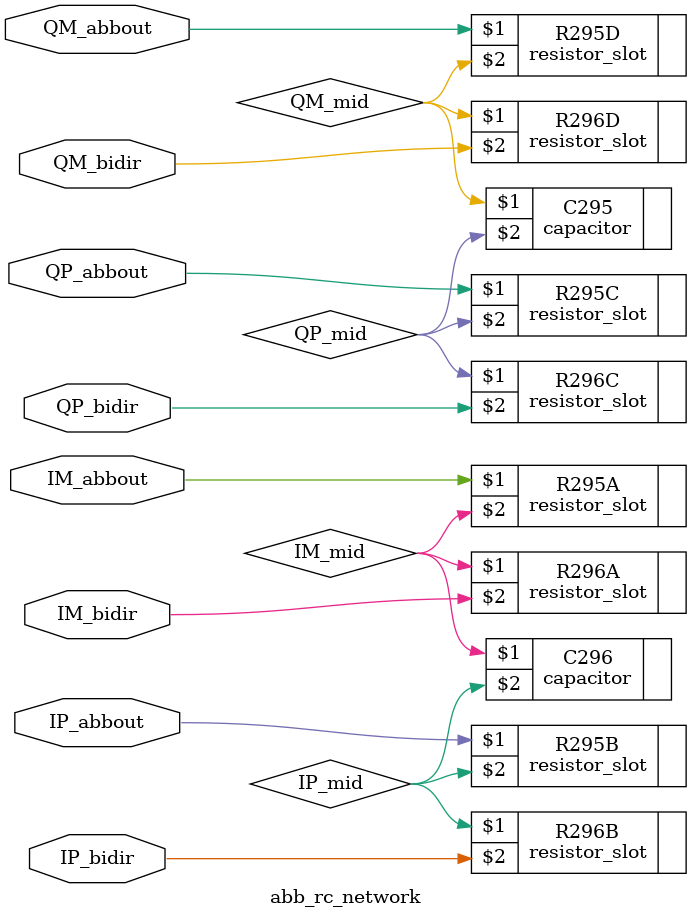
<source format=v>
/*
 * In the Leonardo schematics there is an RC network in the analog I&Q
 * signal path between the uplink (BUL[IQ][MP]) outputs from the ABB
 * and the bidirectional signals which connect directly to the RF xcvr
 * and to Iota's downlink (BDL[IQ][MP]) inputs.
 *
 * This structural Verilog module encapsulates the RC network in question.
 */

module abb_rc_network (IM_bidir, IP_bidir, QM_bidir, QP_bidir,
			IM_abbout, IP_abbout, QM_abbout, QP_abbout);

inout IM_bidir, IP_bidir, QM_bidir, QP_bidir;
input IM_abbout, IP_abbout, QM_abbout, QP_abbout;

wire IM_mid, IP_mid, QM_mid, QP_mid;

/* resistors on the outputs from the ABB */
resistor_slot R295A (IM_abbout, IM_mid);
resistor_slot R295B (IP_abbout, IP_mid);
resistor_slot R295C (QP_abbout, QP_mid);
resistor_slot R295D (QM_abbout, QM_mid);

/* capacitors in the middle */
capacitor C295 (QM_mid, QP_mid);
capacitor C296 (IM_mid, IP_mid);

/* resistors joining with the bidirectional lines */
resistor_slot R296A (IM_mid, IM_bidir);
resistor_slot R296B (IP_mid, IP_bidir);
resistor_slot R296C (QP_mid, QP_bidir);
resistor_slot R296D (QM_mid, QM_bidir);

endmodule

</source>
